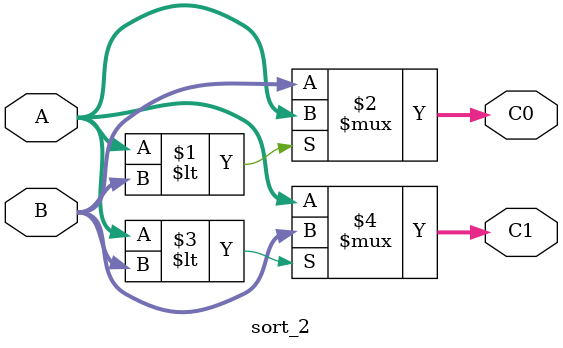
<source format=v>

module sort_2(
    input [3:0] A,
    input [3:0] B,
    output [3:0] C0, C1
);
    assign C0 = (A < B) ? A : B;
    assign C1 = (A < B) ? B : A;
   /*
   always@(*) begin
   C[0] = (A < B) ? A : B;
   C[1] = (A < B) ? B : A;
   end
*/

endmodule

</source>
